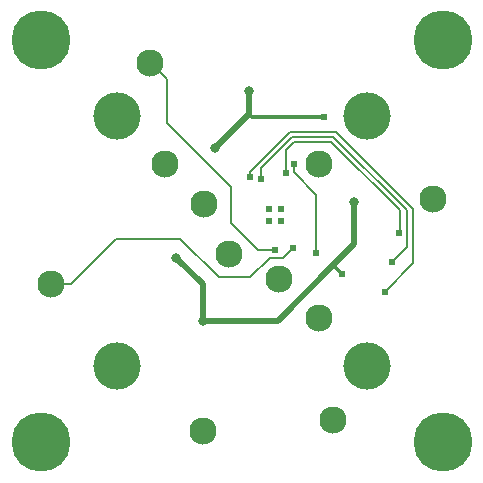
<source format=gtl>
G04*
G04 #@! TF.GenerationSoftware,Altium Limited,Altium Designer,19.0.10 (269)*
G04*
G04 Layer_Physical_Order=1*
G04 Layer_Color=255*
%FSLAX25Y25*%
%MOIN*%
G70*
G01*
G75*
%ADD15C,0.00800*%
%ADD16C,0.02000*%
%ADD17C,0.01200*%
%ADD18C,0.09055*%
%ADD19C,0.15748*%
%ADD20C,0.19685*%
%ADD21C,0.02559*%
%ADD22C,0.03200*%
%ADD23C,0.02400*%
D15*
X-30511Y59464D02*
X-25000Y53952D01*
X13780Y-5512D02*
X16929Y-2362D01*
X9336Y-5512D02*
X13780D01*
X2742Y-12106D02*
X9336Y-5512D01*
X-7765Y-12106D02*
X2742D01*
X-20701Y830D02*
X-7765Y-12106D01*
X-42083Y830D02*
X-20701D01*
X-57111Y-14198D02*
X-42083Y830D01*
X-25000Y39500D02*
Y53952D01*
Y39500D02*
X-3543Y18043D01*
Y5921D02*
Y18043D01*
X5373Y-2995D02*
X11024D01*
X-3543Y5921D02*
X5373Y-2995D01*
X6299Y20866D02*
Y24389D01*
X2756Y21260D02*
Y23109D01*
X57087Y-7381D02*
Y10630D01*
X31299Y36417D02*
X57087Y10630D01*
X55118Y-1786D02*
Y10236D01*
X30537Y34817D02*
X55118Y10236D01*
X52713Y2756D02*
Y10379D01*
X29874Y33217D02*
X52713Y10379D01*
X16064Y36417D02*
X31299D01*
X16727Y34817D02*
X30537D01*
X17390Y33217D02*
X29874D01*
X17323Y23031D02*
X24803Y15551D01*
Y-3937D02*
Y15551D01*
X17323Y23031D02*
Y25591D01*
X14567Y30395D02*
X17390Y33217D01*
X6299Y24389D02*
X16727Y34817D01*
X2756Y23109D02*
X16064Y36417D01*
X14567Y22835D02*
Y30395D01*
X-63584Y-14198D02*
X-57111D01*
X47680Y-16788D02*
X57087Y-7381D01*
X49892Y-7012D02*
X55118Y-1786D01*
X52362Y2756D02*
X52713D01*
D16*
X-9000Y31000D02*
X2500Y42500D01*
X30750Y-7750D02*
X37500Y-1000D01*
X12000Y-26500D02*
X30750Y-7750D01*
X-12806Y-26500D02*
X12000D01*
X37500Y-1000D02*
Y13000D01*
X-12806Y-26500D02*
Y-14430D01*
X-21780Y-5455D02*
X-12806Y-14430D01*
X2500Y42500D02*
Y50000D01*
D17*
Y42500D02*
X3500Y41500D01*
X27500D01*
X30750Y-8250D02*
Y-7750D01*
Y-8250D02*
X33500Y-11000D01*
D18*
X30511Y-59464D02*
D03*
X63584Y14198D02*
D03*
X25779Y25779D02*
D03*
X-30511Y59464D02*
D03*
X-12806Y-63305D02*
D03*
X-63584Y-14198D02*
D03*
X-12528Y12528D02*
D03*
X12528Y-12528D02*
D03*
X-4371Y-4371D02*
D03*
X25779Y-25779D02*
D03*
X-25779Y25779D02*
D03*
D19*
X-41758Y-41758D02*
D03*
Y41758D02*
D03*
X41758D02*
D03*
Y-41758D02*
D03*
D20*
X-66929Y66929D02*
D03*
X66929D02*
D03*
Y-66929D02*
D03*
X-66929D02*
D03*
D21*
X-72235Y72527D02*
D03*
X-74558Y68248D02*
D03*
X-73922Y63422D02*
D03*
X-70571Y59891D02*
D03*
X-65785Y59004D02*
D03*
X-61391Y61100D02*
D03*
X-59068Y65378D02*
D03*
X-59704Y70205D02*
D03*
X-63055Y73736D02*
D03*
X-67842Y74622D02*
D03*
X74622Y67842D02*
D03*
X73736Y63055D02*
D03*
X70205Y59704D02*
D03*
X65378Y59068D02*
D03*
X61100Y61391D02*
D03*
X59004Y65785D02*
D03*
X59891Y70571D02*
D03*
X63422Y73922D02*
D03*
X68248Y74558D02*
D03*
X72527Y72235D02*
D03*
X67842Y-74622D02*
D03*
X63055Y-73736D02*
D03*
X59704Y-70205D02*
D03*
X59068Y-65378D02*
D03*
X61391Y-61100D02*
D03*
X65785Y-59004D02*
D03*
X70571Y-59891D02*
D03*
X73922Y-63422D02*
D03*
X74558Y-68248D02*
D03*
X72235Y-72527D02*
D03*
X-74622Y-67842D02*
D03*
X-73736Y-63055D02*
D03*
X-70205Y-59704D02*
D03*
X-65378Y-59068D02*
D03*
X-61100Y-61391D02*
D03*
X-59004Y-65785D02*
D03*
X-59891Y-70571D02*
D03*
X-63422Y-73922D02*
D03*
X-68248Y-74558D02*
D03*
X-72527Y-72235D02*
D03*
D22*
X-9000Y31000D02*
D03*
X37500Y13000D02*
D03*
X-12806Y-26500D02*
D03*
X-21780Y-5455D02*
D03*
X2500Y50000D02*
D03*
D23*
X13112Y6573D02*
D03*
X8936D02*
D03*
Y10749D02*
D03*
X13112D02*
D03*
X27500Y41500D02*
D03*
X33500Y-11000D02*
D03*
X6299Y20866D02*
D03*
X2756Y21260D02*
D03*
X52362Y2756D02*
D03*
X49892Y-7012D02*
D03*
X47680Y-16788D02*
D03*
X17323Y25591D02*
D03*
X24803Y-3937D02*
D03*
X16929Y-2362D02*
D03*
X11024Y-2995D02*
D03*
X14567Y22835D02*
D03*
M02*

</source>
